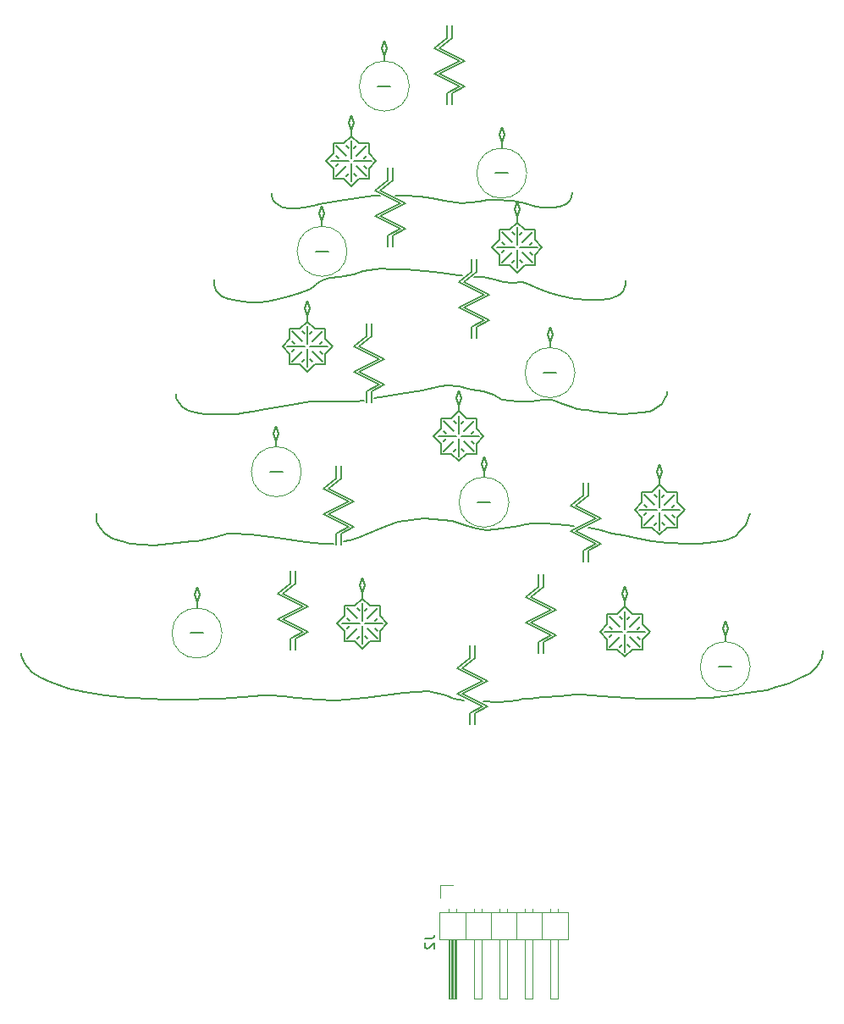
<source format=gbo>
G04 #@! TF.GenerationSoftware,KiCad,Pcbnew,(5.1.5)-3*
G04 #@! TF.CreationDate,2020-10-16T01:58:04+02:00*
G04 #@! TF.ProjectId,Christmas A,43687269-7374-46d6-9173-20412e6b6963,rev?*
G04 #@! TF.SameCoordinates,Original*
G04 #@! TF.FileFunction,Legend,Bot*
G04 #@! TF.FilePolarity,Positive*
%FSLAX46Y46*%
G04 Gerber Fmt 4.6, Leading zero omitted, Abs format (unit mm)*
G04 Created by KiCad (PCBNEW (5.1.5)-3) date 2020-10-16 01:58:04*
%MOMM*%
%LPD*%
G04 APERTURE LIST*
%ADD10C,0.200000*%
%ADD11C,0.150000*%
%ADD12C,0.100000*%
%ADD13C,0.120000*%
G04 APERTURE END LIST*
D10*
X105346500Y-127698500D02*
X102933500Y-127825500D01*
X107124500Y-128079500D02*
X105346500Y-127698500D01*
X107950000Y-128397000D02*
X107124500Y-128079500D01*
X108902500Y-128587500D02*
X107950000Y-128397000D01*
X112331500Y-128778000D02*
X110871000Y-128714500D01*
X113411000Y-128714500D02*
X112331500Y-128778000D01*
X114236500Y-128587500D02*
X113411000Y-128714500D01*
X114871500Y-128460500D02*
X114236500Y-128587500D01*
X115506500Y-128397000D02*
X114871500Y-128460500D01*
X116840000Y-128270000D02*
X115506500Y-128397000D01*
X118618000Y-128143000D02*
X116840000Y-128270000D01*
X120015000Y-128016000D02*
X118618000Y-128143000D01*
X120777000Y-128016000D02*
X120015000Y-128016000D01*
X121666000Y-128079500D02*
X120777000Y-128016000D01*
X123888500Y-128270000D02*
X121666000Y-128079500D01*
X126746000Y-128460500D02*
X123888500Y-128270000D01*
X130429000Y-128397000D02*
X126746000Y-128460500D01*
X131445000Y-128397000D02*
X130429000Y-128397000D01*
X132778500Y-128333500D02*
X131445000Y-128397000D01*
X133667500Y-128333500D02*
X132778500Y-128333500D01*
X134239000Y-128270000D02*
X133667500Y-128333500D01*
X135636000Y-128079500D02*
X134239000Y-128270000D01*
X137858500Y-127762000D02*
X135636000Y-128079500D01*
X139255500Y-127571500D02*
X137858500Y-127762000D01*
X140144500Y-127254000D02*
X139255500Y-127571500D01*
X141478000Y-126873000D02*
X140144500Y-127254000D01*
X142494000Y-126428500D02*
X141478000Y-126873000D01*
X143573500Y-125857000D02*
X142494000Y-126428500D01*
X144272000Y-125222000D02*
X143573500Y-125857000D01*
X144716500Y-124396500D02*
X144272000Y-125222000D01*
X144716500Y-124396500D02*
X144843500Y-123571000D01*
X99060000Y-128333500D02*
X102933500Y-127825500D01*
X96139000Y-128587500D02*
X99060000Y-128333500D01*
X94107000Y-128524000D02*
X96139000Y-128587500D01*
X93472000Y-128460500D02*
X94107000Y-128524000D01*
X92138500Y-128333500D02*
X93472000Y-128460500D01*
X90868500Y-128206500D02*
X92138500Y-128333500D01*
X89535000Y-128079500D02*
X90868500Y-128206500D01*
X88709500Y-128079500D02*
X89535000Y-128079500D01*
X87947500Y-128143000D02*
X88709500Y-128079500D01*
X84518500Y-128397000D02*
X87947500Y-128143000D01*
X83693000Y-128460500D02*
X84518500Y-128397000D01*
X81089500Y-128524000D02*
X83693000Y-128460500D01*
X80327500Y-128524000D02*
X81089500Y-128524000D01*
X78867000Y-128524000D02*
X80327500Y-128524000D01*
X77787500Y-128460500D02*
X78867000Y-128524000D01*
X75438000Y-128333500D02*
X77787500Y-128460500D01*
X73025000Y-128079500D02*
X75438000Y-128333500D01*
X70993000Y-127762000D02*
X73025000Y-128079500D01*
X69405500Y-127381000D02*
X70993000Y-127762000D01*
X67564000Y-126746000D02*
X69405500Y-127381000D01*
X66611500Y-126301500D02*
X67564000Y-126746000D01*
X65786000Y-125793500D02*
X66611500Y-126301500D01*
X65214500Y-125222000D02*
X65786000Y-125793500D01*
X64960500Y-124841000D02*
X65214500Y-125222000D01*
X64643000Y-124142500D02*
X64960500Y-124841000D01*
X64643000Y-123888500D02*
X64643000Y-124142500D01*
X115125500Y-110998000D02*
X114427000Y-111188500D01*
X115824000Y-110934500D02*
X115125500Y-110998000D01*
X116903500Y-110934500D02*
X115824000Y-110934500D01*
X118237000Y-110998000D02*
X116903500Y-110934500D01*
X119126000Y-111061500D02*
X118237000Y-110998000D01*
X119951500Y-111125000D02*
X119126000Y-111061500D01*
X121920000Y-111379000D02*
X121348500Y-111315500D01*
X122618500Y-111569500D02*
X121920000Y-111379000D01*
X123761500Y-111887000D02*
X122618500Y-111569500D01*
X124968000Y-112077500D02*
X123761500Y-111887000D01*
X126047500Y-112331500D02*
X124968000Y-112077500D01*
X127762000Y-112649000D02*
X126047500Y-112331500D01*
X129349500Y-112839500D02*
X127762000Y-112649000D01*
X131445000Y-112903000D02*
X129349500Y-112839500D01*
X132461000Y-112903000D02*
X131445000Y-112903000D01*
X133985000Y-112776000D02*
X132461000Y-112903000D01*
X135128000Y-112585500D02*
X133985000Y-112776000D01*
X135509000Y-112395000D02*
X135128000Y-112585500D01*
X136080500Y-112141000D02*
X135509000Y-112395000D01*
X136525000Y-111696500D02*
X136080500Y-112141000D01*
X137096500Y-111061500D02*
X136525000Y-111696500D01*
X137096500Y-111061500D02*
X137541000Y-109918500D01*
X112776000Y-111442500D02*
X114427000Y-111188500D01*
X111188500Y-111569500D02*
X112776000Y-111442500D01*
X110236000Y-111442500D02*
X111188500Y-111569500D01*
X109283500Y-111125000D02*
X110236000Y-111442500D01*
X107759500Y-110680500D02*
X109283500Y-111125000D01*
X104965500Y-110426500D02*
X107759500Y-110680500D01*
X102362000Y-110744000D02*
X104965500Y-110426500D01*
X100520500Y-111379000D02*
X102362000Y-110744000D01*
X98361500Y-112331500D02*
X100520500Y-111379000D01*
X97472500Y-112585500D02*
X98361500Y-112331500D01*
X96901000Y-112712500D02*
X97472500Y-112585500D01*
X94805500Y-112966500D02*
X95885000Y-112903000D01*
X93091000Y-112776000D02*
X94805500Y-112966500D01*
X90297000Y-112331500D02*
X93091000Y-112776000D01*
X87566500Y-112014000D02*
X90297000Y-112331500D01*
X85852000Y-111887000D02*
X87566500Y-112014000D01*
X85344000Y-111950500D02*
X85852000Y-111887000D01*
X84137500Y-112268000D02*
X85344000Y-111950500D01*
X82232500Y-112649000D02*
X84137500Y-112268000D01*
X81788000Y-112712500D02*
X82232500Y-112649000D01*
X77914500Y-113093500D02*
X81788000Y-112712500D01*
X75565000Y-112966500D02*
X77914500Y-113093500D01*
X74739500Y-112712500D02*
X75565000Y-112966500D01*
X73787000Y-112395000D02*
X74739500Y-112712500D01*
X73025000Y-111950500D02*
X73787000Y-112395000D01*
X72517000Y-111315500D02*
X73025000Y-111950500D01*
X72199500Y-110744000D02*
X72517000Y-111315500D01*
X72199500Y-109855000D02*
X72199500Y-110744000D01*
X107315000Y-97091500D02*
X106553000Y-97155000D01*
X108394500Y-97218500D02*
X107315000Y-97091500D01*
X109728000Y-97536000D02*
X108394500Y-97218500D01*
X110871000Y-97726500D02*
X109728000Y-97536000D01*
X111887000Y-98044000D02*
X110871000Y-97726500D01*
X112776000Y-98552000D02*
X111887000Y-98044000D01*
X114363500Y-98742500D02*
X112776000Y-98552000D01*
X115697000Y-98679000D02*
X114363500Y-98742500D01*
X116840000Y-98552000D02*
X115697000Y-98679000D01*
X117729000Y-98552000D02*
X116840000Y-98552000D01*
X118808500Y-98996500D02*
X117729000Y-98552000D01*
X119570500Y-99250500D02*
X118808500Y-98996500D01*
X120269000Y-99504500D02*
X119570500Y-99250500D01*
X120967500Y-99568000D02*
X120269000Y-99504500D01*
X121285000Y-99568000D02*
X120967500Y-99568000D01*
X121983500Y-99695000D02*
X121285000Y-99568000D01*
X122936000Y-99822000D02*
X121983500Y-99695000D01*
X124650500Y-99949000D02*
X122936000Y-99822000D01*
X124968000Y-99949000D02*
X124650500Y-99949000D01*
X126682500Y-99822000D02*
X124968000Y-99949000D01*
X127444500Y-99695000D02*
X126682500Y-99822000D01*
X127698500Y-99631500D02*
X127444500Y-99695000D01*
X128270000Y-99314000D02*
X127698500Y-99631500D01*
X128714500Y-98996500D02*
X128270000Y-99314000D01*
X129032000Y-98488500D02*
X128714500Y-98996500D01*
X129286000Y-98044000D02*
X129032000Y-98488500D01*
X129286000Y-97663000D02*
X129286000Y-98044000D01*
X104775000Y-97599500D02*
X106553000Y-97155000D01*
X102616000Y-97917000D02*
X104775000Y-97599500D01*
X101092000Y-98171000D02*
X102616000Y-97917000D01*
X99949000Y-98361500D02*
X101092000Y-98171000D01*
X98107500Y-98742500D02*
X98933000Y-98615500D01*
X96075500Y-98742500D02*
X98107500Y-98742500D01*
X93599000Y-98742500D02*
X96075500Y-98742500D01*
X90614500Y-99187000D02*
X93599000Y-98742500D01*
X88646000Y-99568000D02*
X90614500Y-99187000D01*
X87884000Y-99695000D02*
X88646000Y-99568000D01*
X87122000Y-99822000D02*
X87884000Y-99695000D01*
X86233000Y-99949000D02*
X87122000Y-99822000D01*
X84772500Y-100012500D02*
X86233000Y-99949000D01*
X82994500Y-99949000D02*
X84772500Y-100012500D01*
X82550000Y-99885500D02*
X82994500Y-99949000D01*
X82105500Y-99822000D02*
X82550000Y-99885500D01*
X81407000Y-99631500D02*
X82105500Y-99822000D01*
X80835500Y-99314000D02*
X81407000Y-99631500D01*
X80391000Y-98806000D02*
X80835500Y-99314000D01*
X80137000Y-98361500D02*
X80391000Y-98806000D01*
X80137000Y-97980500D02*
X80137000Y-98361500D01*
X125095000Y-86995000D02*
X125095000Y-86614000D01*
X125031500Y-87312500D02*
X125095000Y-86995000D01*
X124841000Y-87693500D02*
X125031500Y-87312500D01*
X124587000Y-87947500D02*
X124841000Y-87693500D01*
X124333000Y-88138000D02*
X124587000Y-87947500D01*
X123507500Y-88455500D02*
X124333000Y-88138000D01*
X122491500Y-88582500D02*
X123507500Y-88455500D01*
X122237500Y-88582500D02*
X122491500Y-88582500D01*
X121412000Y-88582500D02*
X122237500Y-88582500D01*
X120015000Y-88455500D02*
X121412000Y-88582500D01*
X118491000Y-88138000D02*
X120015000Y-88455500D01*
X117602000Y-87884000D02*
X118491000Y-88138000D01*
X116649500Y-87566500D02*
X117602000Y-87884000D01*
X115316000Y-86931500D02*
X116649500Y-87566500D01*
X114808000Y-86804500D02*
X115316000Y-86931500D01*
X113728500Y-86868000D02*
X114808000Y-86804500D01*
X112903000Y-86804500D02*
X113728500Y-86868000D01*
X111950500Y-86550500D02*
X112903000Y-86804500D01*
X110871000Y-86296500D02*
X111950500Y-86550500D01*
X109918500Y-86233000D02*
X110871000Y-86296500D01*
X108331000Y-86106000D02*
X108775500Y-86106000D01*
X106616500Y-85852000D02*
X108331000Y-86106000D01*
X105029000Y-85661500D02*
X106616500Y-85852000D01*
X103060500Y-85534500D02*
X105029000Y-85661500D01*
X101600000Y-85471000D02*
X103060500Y-85534500D01*
X100711000Y-85407500D02*
X101600000Y-85471000D01*
X100012500Y-85471000D02*
X100711000Y-85407500D01*
X98869500Y-85661500D02*
X100012500Y-85471000D01*
X97917000Y-85979000D02*
X98869500Y-85661500D01*
X96520000Y-86296500D02*
X97917000Y-85979000D01*
X95567500Y-86360000D02*
X96520000Y-86296500D01*
X94932500Y-86487000D02*
X95567500Y-86360000D01*
X94488000Y-86741000D02*
X94932500Y-86487000D01*
X94107000Y-87058500D02*
X94488000Y-86741000D01*
X93853000Y-87312500D02*
X94107000Y-87058500D01*
X93408500Y-87503000D02*
X93853000Y-87312500D01*
X92519500Y-87884000D02*
X93408500Y-87503000D01*
X91440000Y-88201500D02*
X92519500Y-87884000D01*
X90424000Y-88455500D02*
X91440000Y-88201500D01*
X89281000Y-88709500D02*
X90424000Y-88455500D01*
X88455500Y-88836500D02*
X89281000Y-88709500D01*
X87439500Y-88836500D02*
X88455500Y-88836500D01*
X86296500Y-88646000D02*
X87439500Y-88836500D01*
X85407500Y-88455500D02*
X86296500Y-88646000D01*
X84709000Y-88201500D02*
X85407500Y-88455500D01*
X84137500Y-87630000D02*
X84709000Y-88201500D01*
X83947000Y-87058500D02*
X84137500Y-87630000D01*
X83947000Y-86487000D02*
X83947000Y-87058500D01*
X119697500Y-78295500D02*
X119761000Y-77787500D01*
X119507000Y-78676500D02*
X119697500Y-78295500D01*
X119189500Y-78994000D02*
X119507000Y-78676500D01*
X118491000Y-79248000D02*
X119189500Y-78994000D01*
X117919500Y-79311500D02*
X118491000Y-79248000D01*
X116840000Y-79311500D02*
X117919500Y-79311500D01*
X116141500Y-79248000D02*
X116840000Y-79311500D01*
X115062000Y-78930500D02*
X116141500Y-79248000D01*
X113855500Y-78676500D02*
X115062000Y-78930500D01*
X112077500Y-78549500D02*
X113855500Y-78676500D01*
X111315500Y-78549500D02*
X112077500Y-78549500D01*
X110426500Y-78740000D02*
X111315500Y-78549500D01*
X108712000Y-78930500D02*
X110426500Y-78740000D01*
X106997500Y-78676500D02*
X108712000Y-78930500D01*
X105727500Y-78422500D02*
X106997500Y-78676500D01*
X104521000Y-78232000D02*
X105727500Y-78422500D01*
X103124000Y-78105000D02*
X104521000Y-78232000D01*
X102044500Y-78105000D02*
X103124000Y-78105000D01*
X99885500Y-78105000D02*
X100520500Y-78105000D01*
X96520000Y-78613000D02*
X99885500Y-78105000D01*
X94932500Y-78867000D02*
X96520000Y-78613000D01*
X94488000Y-78994000D02*
X94932500Y-78867000D01*
X94170500Y-79057500D02*
X94488000Y-78994000D01*
X93027500Y-79311500D02*
X94170500Y-79057500D01*
X92138500Y-79375000D02*
X93027500Y-79311500D01*
X91503500Y-79375000D02*
X92138500Y-79375000D01*
X90805000Y-79311500D02*
X91503500Y-79375000D01*
X90170000Y-78930500D02*
X90805000Y-79311500D01*
X89852500Y-78613000D02*
X90170000Y-78930500D01*
X89725500Y-78232000D02*
X89852500Y-78613000D01*
X89725500Y-77914500D02*
X89725500Y-78232000D01*
D11*
X96139000Y-75184000D02*
X96393000Y-74930000D01*
X96139000Y-74168000D02*
X96393000Y-74422000D01*
X98933000Y-75184000D02*
X99187000Y-75438000D01*
X98933000Y-74422000D02*
X99187000Y-74168000D01*
X97409000Y-75946000D02*
X97155000Y-76200000D01*
X98171000Y-76200000D02*
X97917000Y-75946000D01*
X97409000Y-73406000D02*
X97155000Y-73152000D01*
X98171000Y-73152000D02*
X97917000Y-73406000D01*
X98171000Y-75184000D02*
X99187000Y-76200000D01*
X97155000Y-75184000D02*
X96139000Y-76200000D01*
X97155000Y-74168000D02*
X96139000Y-73152000D01*
X99187000Y-73152000D02*
X98171000Y-74168000D01*
X97663000Y-74422000D02*
X97663000Y-72644000D01*
X97409000Y-74676000D02*
X95631000Y-74676000D01*
X99695000Y-74676000D02*
X97917000Y-74676000D01*
X97663000Y-74930000D02*
X97663000Y-76708000D01*
X96901000Y-72898000D02*
X95885000Y-72898000D01*
X97663000Y-72176000D02*
X98425000Y-72898000D01*
X96901000Y-76454000D02*
X95885000Y-76454000D01*
X97663000Y-77176000D02*
X98425000Y-76454000D01*
X95885000Y-73914000D02*
X95163000Y-74676000D01*
X95885000Y-75438000D02*
X95163000Y-74676000D01*
X95885000Y-75438000D02*
X95885000Y-76454000D01*
X99441000Y-75438000D02*
X99441000Y-76454000D01*
X99441000Y-73914000D02*
X99441000Y-72898000D01*
X98425000Y-76454000D02*
X99441000Y-76454000D01*
X95885000Y-72898000D02*
X95885000Y-73914000D01*
X99441000Y-72898000D02*
X98425000Y-72898000D01*
X96901000Y-72898000D02*
X97663000Y-72176000D01*
X97663000Y-77176000D02*
X96901000Y-76454000D01*
X100163000Y-74676000D02*
X99441000Y-75438000D01*
X99441000Y-73914000D02*
X100163000Y-74676000D01*
X97409000Y-70866000D02*
X97663000Y-71628000D01*
X97663000Y-70104000D02*
X97409000Y-70866000D01*
X97917000Y-70866000D02*
X97663000Y-70104000D01*
X97663000Y-71628000D02*
X97917000Y-70866000D01*
X97663000Y-72136000D02*
X97663000Y-71628000D01*
X123507500Y-122237500D02*
X123761500Y-121983500D01*
X123507500Y-121221500D02*
X123761500Y-121475500D01*
X126301500Y-122237500D02*
X126555500Y-122491500D01*
X126301500Y-121475500D02*
X126555500Y-121221500D01*
X124777500Y-122999500D02*
X124523500Y-123253500D01*
X125539500Y-123253500D02*
X125285500Y-122999500D01*
X124777500Y-120459500D02*
X124523500Y-120205500D01*
X125539500Y-120205500D02*
X125285500Y-120459500D01*
X125539500Y-122237500D02*
X126555500Y-123253500D01*
X124523500Y-122237500D02*
X123507500Y-123253500D01*
X124523500Y-121221500D02*
X123507500Y-120205500D01*
X126555500Y-120205500D02*
X125539500Y-121221500D01*
X125031500Y-121475500D02*
X125031500Y-119697500D01*
X124777500Y-121729500D02*
X122999500Y-121729500D01*
X127063500Y-121729500D02*
X125285500Y-121729500D01*
X125031500Y-121983500D02*
X125031500Y-123761500D01*
X124269500Y-119951500D02*
X123253500Y-119951500D01*
X125031500Y-119229500D02*
X125793500Y-119951500D01*
X124269500Y-123507500D02*
X123253500Y-123507500D01*
X125031500Y-124229500D02*
X125793500Y-123507500D01*
X123253500Y-120967500D02*
X122531500Y-121729500D01*
X123253500Y-122491500D02*
X122531500Y-121729500D01*
X123253500Y-122491500D02*
X123253500Y-123507500D01*
X126809500Y-122491500D02*
X126809500Y-123507500D01*
X126809500Y-120967500D02*
X126809500Y-119951500D01*
X125793500Y-123507500D02*
X126809500Y-123507500D01*
X123253500Y-119951500D02*
X123253500Y-120967500D01*
X126809500Y-119951500D02*
X125793500Y-119951500D01*
X124269500Y-119951500D02*
X125031500Y-119229500D01*
X125031500Y-124229500D02*
X124269500Y-123507500D01*
X127531500Y-121729500D02*
X126809500Y-122491500D01*
X126809500Y-120967500D02*
X127531500Y-121729500D01*
X124777500Y-117919500D02*
X125031500Y-118681500D01*
X125031500Y-117157500D02*
X124777500Y-117919500D01*
X125285500Y-117919500D02*
X125031500Y-117157500D01*
X125031500Y-118681500D02*
X125285500Y-117919500D01*
X125031500Y-119189500D02*
X125031500Y-118681500D01*
X97218500Y-121412000D02*
X97472500Y-121158000D01*
X97218500Y-120396000D02*
X97472500Y-120650000D01*
X100012500Y-121412000D02*
X100266500Y-121666000D01*
X100012500Y-120650000D02*
X100266500Y-120396000D01*
X98488500Y-122174000D02*
X98234500Y-122428000D01*
X99250500Y-122428000D02*
X98996500Y-122174000D01*
X98488500Y-119634000D02*
X98234500Y-119380000D01*
X99250500Y-119380000D02*
X98996500Y-119634000D01*
X99250500Y-121412000D02*
X100266500Y-122428000D01*
X98234500Y-121412000D02*
X97218500Y-122428000D01*
X98234500Y-120396000D02*
X97218500Y-119380000D01*
X100266500Y-119380000D02*
X99250500Y-120396000D01*
X98742500Y-120650000D02*
X98742500Y-118872000D01*
X98488500Y-120904000D02*
X96710500Y-120904000D01*
X100774500Y-120904000D02*
X98996500Y-120904000D01*
X98742500Y-121158000D02*
X98742500Y-122936000D01*
X97980500Y-119126000D02*
X96964500Y-119126000D01*
X98742500Y-118404000D02*
X99504500Y-119126000D01*
X97980500Y-122682000D02*
X96964500Y-122682000D01*
X98742500Y-123404000D02*
X99504500Y-122682000D01*
X96964500Y-120142000D02*
X96242500Y-120904000D01*
X96964500Y-121666000D02*
X96242500Y-120904000D01*
X96964500Y-121666000D02*
X96964500Y-122682000D01*
X100520500Y-121666000D02*
X100520500Y-122682000D01*
X100520500Y-120142000D02*
X100520500Y-119126000D01*
X99504500Y-122682000D02*
X100520500Y-122682000D01*
X96964500Y-119126000D02*
X96964500Y-120142000D01*
X100520500Y-119126000D02*
X99504500Y-119126000D01*
X97980500Y-119126000D02*
X98742500Y-118404000D01*
X98742500Y-123404000D02*
X97980500Y-122682000D01*
X101242500Y-120904000D02*
X100520500Y-121666000D01*
X100520500Y-120142000D02*
X101242500Y-120904000D01*
X98488500Y-117094000D02*
X98742500Y-117856000D01*
X98742500Y-116332000D02*
X98488500Y-117094000D01*
X98996500Y-117094000D02*
X98742500Y-116332000D01*
X98742500Y-117856000D02*
X98996500Y-117094000D01*
X98742500Y-118364000D02*
X98742500Y-117856000D01*
X91757500Y-93726000D02*
X92011500Y-93472000D01*
X91757500Y-92710000D02*
X92011500Y-92964000D01*
X94551500Y-93726000D02*
X94805500Y-93980000D01*
X94551500Y-92964000D02*
X94805500Y-92710000D01*
X93027500Y-94488000D02*
X92773500Y-94742000D01*
X93789500Y-94742000D02*
X93535500Y-94488000D01*
X93027500Y-91948000D02*
X92773500Y-91694000D01*
X93789500Y-91694000D02*
X93535500Y-91948000D01*
X93789500Y-93726000D02*
X94805500Y-94742000D01*
X92773500Y-93726000D02*
X91757500Y-94742000D01*
X92773500Y-92710000D02*
X91757500Y-91694000D01*
X94805500Y-91694000D02*
X93789500Y-92710000D01*
X93281500Y-92964000D02*
X93281500Y-91186000D01*
X93027500Y-93218000D02*
X91249500Y-93218000D01*
X95313500Y-93218000D02*
X93535500Y-93218000D01*
X93281500Y-93472000D02*
X93281500Y-95250000D01*
X92519500Y-91440000D02*
X91503500Y-91440000D01*
X93281500Y-90718000D02*
X94043500Y-91440000D01*
X92519500Y-94996000D02*
X91503500Y-94996000D01*
X93281500Y-95718000D02*
X94043500Y-94996000D01*
X91503500Y-92456000D02*
X90781500Y-93218000D01*
X91503500Y-93980000D02*
X90781500Y-93218000D01*
X91503500Y-93980000D02*
X91503500Y-94996000D01*
X95059500Y-93980000D02*
X95059500Y-94996000D01*
X95059500Y-92456000D02*
X95059500Y-91440000D01*
X94043500Y-94996000D02*
X95059500Y-94996000D01*
X91503500Y-91440000D02*
X91503500Y-92456000D01*
X95059500Y-91440000D02*
X94043500Y-91440000D01*
X92519500Y-91440000D02*
X93281500Y-90718000D01*
X93281500Y-95718000D02*
X92519500Y-94996000D01*
X95781500Y-93218000D02*
X95059500Y-93980000D01*
X95059500Y-92456000D02*
X95781500Y-93218000D01*
X93027500Y-89408000D02*
X93281500Y-90170000D01*
X93281500Y-88646000D02*
X93027500Y-89408000D01*
X93535500Y-89408000D02*
X93281500Y-88646000D01*
X93281500Y-90170000D02*
X93535500Y-89408000D01*
X93281500Y-90678000D02*
X93281500Y-90170000D01*
X127000000Y-110045500D02*
X127254000Y-109791500D01*
X127000000Y-109029500D02*
X127254000Y-109283500D01*
X129794000Y-110045500D02*
X130048000Y-110299500D01*
X129794000Y-109283500D02*
X130048000Y-109029500D01*
X128270000Y-110807500D02*
X128016000Y-111061500D01*
X129032000Y-111061500D02*
X128778000Y-110807500D01*
X128270000Y-108267500D02*
X128016000Y-108013500D01*
X129032000Y-108013500D02*
X128778000Y-108267500D01*
X129032000Y-110045500D02*
X130048000Y-111061500D01*
X128016000Y-110045500D02*
X127000000Y-111061500D01*
X128016000Y-109029500D02*
X127000000Y-108013500D01*
X130048000Y-108013500D02*
X129032000Y-109029500D01*
X128524000Y-109283500D02*
X128524000Y-107505500D01*
X128270000Y-109537500D02*
X126492000Y-109537500D01*
X130556000Y-109537500D02*
X128778000Y-109537500D01*
X128524000Y-109791500D02*
X128524000Y-111569500D01*
X127762000Y-107759500D02*
X126746000Y-107759500D01*
X128524000Y-107037500D02*
X129286000Y-107759500D01*
X127762000Y-111315500D02*
X126746000Y-111315500D01*
X128524000Y-112037500D02*
X129286000Y-111315500D01*
X126746000Y-108775500D02*
X126024000Y-109537500D01*
X126746000Y-110299500D02*
X126024000Y-109537500D01*
X126746000Y-110299500D02*
X126746000Y-111315500D01*
X130302000Y-110299500D02*
X130302000Y-111315500D01*
X130302000Y-108775500D02*
X130302000Y-107759500D01*
X129286000Y-111315500D02*
X130302000Y-111315500D01*
X126746000Y-107759500D02*
X126746000Y-108775500D01*
X130302000Y-107759500D02*
X129286000Y-107759500D01*
X127762000Y-107759500D02*
X128524000Y-107037500D01*
X128524000Y-112037500D02*
X127762000Y-111315500D01*
X131024000Y-109537500D02*
X130302000Y-110299500D01*
X130302000Y-108775500D02*
X131024000Y-109537500D01*
X128270000Y-105727500D02*
X128524000Y-106489500D01*
X128524000Y-104965500D02*
X128270000Y-105727500D01*
X128778000Y-105727500D02*
X128524000Y-104965500D01*
X128524000Y-106489500D02*
X128778000Y-105727500D01*
X128524000Y-106997500D02*
X128524000Y-106489500D01*
X106870500Y-102679500D02*
X107124500Y-102425500D01*
X106870500Y-101663500D02*
X107124500Y-101917500D01*
X109664500Y-102679500D02*
X109918500Y-102933500D01*
X109664500Y-101917500D02*
X109918500Y-101663500D01*
X108140500Y-103441500D02*
X107886500Y-103695500D01*
X108902500Y-103695500D02*
X108648500Y-103441500D01*
X108140500Y-100901500D02*
X107886500Y-100647500D01*
X108902500Y-100647500D02*
X108648500Y-100901500D01*
X108902500Y-102679500D02*
X109918500Y-103695500D01*
X107886500Y-102679500D02*
X106870500Y-103695500D01*
X107886500Y-101663500D02*
X106870500Y-100647500D01*
X109918500Y-100647500D02*
X108902500Y-101663500D01*
X108394500Y-101917500D02*
X108394500Y-100139500D01*
X108140500Y-102171500D02*
X106362500Y-102171500D01*
X110426500Y-102171500D02*
X108648500Y-102171500D01*
X108394500Y-102425500D02*
X108394500Y-104203500D01*
X107632500Y-100393500D02*
X106616500Y-100393500D01*
X108394500Y-99671500D02*
X109156500Y-100393500D01*
X107632500Y-103949500D02*
X106616500Y-103949500D01*
X108394500Y-104671500D02*
X109156500Y-103949500D01*
X106616500Y-101409500D02*
X105894500Y-102171500D01*
X106616500Y-102933500D02*
X105894500Y-102171500D01*
X106616500Y-102933500D02*
X106616500Y-103949500D01*
X110172500Y-102933500D02*
X110172500Y-103949500D01*
X110172500Y-101409500D02*
X110172500Y-100393500D01*
X109156500Y-103949500D02*
X110172500Y-103949500D01*
X106616500Y-100393500D02*
X106616500Y-101409500D01*
X110172500Y-100393500D02*
X109156500Y-100393500D01*
X107632500Y-100393500D02*
X108394500Y-99671500D01*
X108394500Y-104671500D02*
X107632500Y-103949500D01*
X110894500Y-102171500D02*
X110172500Y-102933500D01*
X110172500Y-101409500D02*
X110894500Y-102171500D01*
X108140500Y-98361500D02*
X108394500Y-99123500D01*
X108394500Y-97599500D02*
X108140500Y-98361500D01*
X108648500Y-98361500D02*
X108394500Y-97599500D01*
X108394500Y-99123500D02*
X108648500Y-98361500D01*
X108394500Y-99631500D02*
X108394500Y-99123500D01*
X114236500Y-80772000D02*
X114236500Y-80264000D01*
X114236500Y-80264000D02*
X114490500Y-79502000D01*
X114490500Y-79502000D02*
X114236500Y-78740000D01*
X114236500Y-78740000D02*
X113982500Y-79502000D01*
X113982500Y-79502000D02*
X114236500Y-80264000D01*
X116014500Y-82550000D02*
X116736500Y-83312000D01*
X116736500Y-83312000D02*
X116014500Y-84074000D01*
X114236500Y-85812000D02*
X113474500Y-85090000D01*
X113474500Y-81534000D02*
X114236500Y-80812000D01*
X116014500Y-81534000D02*
X114998500Y-81534000D01*
X112458500Y-81534000D02*
X112458500Y-82550000D01*
X114998500Y-85090000D02*
X116014500Y-85090000D01*
X116014500Y-82550000D02*
X116014500Y-81534000D01*
X116014500Y-84074000D02*
X116014500Y-85090000D01*
X112458500Y-84074000D02*
X112458500Y-85090000D01*
X112458500Y-84074000D02*
X111736500Y-83312000D01*
X112458500Y-82550000D02*
X111736500Y-83312000D01*
X114236500Y-85812000D02*
X114998500Y-85090000D01*
X113474500Y-85090000D02*
X112458500Y-85090000D01*
X114236500Y-80812000D02*
X114998500Y-81534000D01*
X113474500Y-81534000D02*
X112458500Y-81534000D01*
X114236500Y-83566000D02*
X114236500Y-85344000D01*
X116268500Y-83312000D02*
X114490500Y-83312000D01*
X113982500Y-83312000D02*
X112204500Y-83312000D01*
X114236500Y-83058000D02*
X114236500Y-81280000D01*
X115760500Y-81788000D02*
X114744500Y-82804000D01*
X113728500Y-82804000D02*
X112712500Y-81788000D01*
X113728500Y-83820000D02*
X112712500Y-84836000D01*
X114744500Y-83820000D02*
X115760500Y-84836000D01*
X114744500Y-81788000D02*
X114490500Y-82042000D01*
X113982500Y-82042000D02*
X113728500Y-81788000D01*
X114744500Y-84836000D02*
X114490500Y-84582000D01*
X113982500Y-84582000D02*
X113728500Y-84836000D01*
X115506500Y-83058000D02*
X115760500Y-82804000D01*
X115506500Y-83820000D02*
X115760500Y-84074000D01*
X112712500Y-82804000D02*
X112966500Y-83058000D01*
X112712500Y-83820000D02*
X112966500Y-83566000D01*
X108521500Y-67183000D02*
X107251500Y-67853000D01*
X105981500Y-65913000D02*
X108521500Y-67183000D01*
X107759500Y-62357000D02*
X106489500Y-63373000D01*
X107251500Y-62357000D02*
X107251500Y-61087000D01*
X106489500Y-65913000D02*
X109029500Y-67183000D01*
X106489500Y-63373000D02*
X109029500Y-64643000D01*
X109029500Y-67183000D02*
X107759500Y-67853000D01*
X109029500Y-64643000D02*
X106489500Y-65913000D01*
X108521500Y-64643000D02*
X105981500Y-65913000D01*
X107251500Y-67853000D02*
X107251500Y-68961000D01*
X107251500Y-62357000D02*
X105981500Y-63373000D01*
X107759500Y-62357000D02*
X107759500Y-61087000D01*
X105981500Y-63373000D02*
X108521500Y-64643000D01*
X107759500Y-67853000D02*
X107759500Y-68961000D01*
X102552500Y-81407000D02*
X101282500Y-82077000D01*
X100012500Y-80137000D02*
X102552500Y-81407000D01*
X101790500Y-76581000D02*
X100520500Y-77597000D01*
X101282500Y-76581000D02*
X101282500Y-75311000D01*
X100520500Y-80137000D02*
X103060500Y-81407000D01*
X100520500Y-77597000D02*
X103060500Y-78867000D01*
X103060500Y-81407000D02*
X101790500Y-82077000D01*
X103060500Y-78867000D02*
X100520500Y-80137000D01*
X102552500Y-78867000D02*
X100012500Y-80137000D01*
X101282500Y-82077000D02*
X101282500Y-83185000D01*
X101282500Y-76581000D02*
X100012500Y-77597000D01*
X101790500Y-76581000D02*
X101790500Y-75311000D01*
X100012500Y-77597000D02*
X102552500Y-78867000D01*
X101790500Y-82077000D02*
X101790500Y-83185000D01*
X100457000Y-97028000D02*
X99187000Y-97698000D01*
X97917000Y-95758000D02*
X100457000Y-97028000D01*
X99695000Y-92202000D02*
X98425000Y-93218000D01*
X99187000Y-92202000D02*
X99187000Y-90932000D01*
X98425000Y-95758000D02*
X100965000Y-97028000D01*
X98425000Y-93218000D02*
X100965000Y-94488000D01*
X100965000Y-97028000D02*
X99695000Y-97698000D01*
X100965000Y-94488000D02*
X98425000Y-95758000D01*
X100457000Y-94488000D02*
X97917000Y-95758000D01*
X99187000Y-97698000D02*
X99187000Y-98806000D01*
X99187000Y-92202000D02*
X97917000Y-93218000D01*
X99695000Y-92202000D02*
X99695000Y-90932000D01*
X97917000Y-93218000D02*
X100457000Y-94488000D01*
X99695000Y-97698000D02*
X99695000Y-98806000D01*
X97409000Y-111252000D02*
X96139000Y-111922000D01*
X94869000Y-109982000D02*
X97409000Y-111252000D01*
X96647000Y-106426000D02*
X95377000Y-107442000D01*
X96139000Y-106426000D02*
X96139000Y-105156000D01*
X95377000Y-109982000D02*
X97917000Y-111252000D01*
X95377000Y-107442000D02*
X97917000Y-108712000D01*
X97917000Y-111252000D02*
X96647000Y-111922000D01*
X97917000Y-108712000D02*
X95377000Y-109982000D01*
X97409000Y-108712000D02*
X94869000Y-109982000D01*
X96139000Y-111922000D02*
X96139000Y-113030000D01*
X96139000Y-106426000D02*
X94869000Y-107442000D01*
X96647000Y-106426000D02*
X96647000Y-105156000D01*
X94869000Y-107442000D02*
X97409000Y-108712000D01*
X96647000Y-111922000D02*
X96647000Y-113030000D01*
X92837000Y-121729500D02*
X91567000Y-122399500D01*
X90297000Y-120459500D02*
X92837000Y-121729500D01*
X92075000Y-116903500D02*
X90805000Y-117919500D01*
X91567000Y-116903500D02*
X91567000Y-115633500D01*
X90805000Y-120459500D02*
X93345000Y-121729500D01*
X90805000Y-117919500D02*
X93345000Y-119189500D01*
X93345000Y-121729500D02*
X92075000Y-122399500D01*
X93345000Y-119189500D02*
X90805000Y-120459500D01*
X92837000Y-119189500D02*
X90297000Y-120459500D01*
X91567000Y-122399500D02*
X91567000Y-123507500D01*
X91567000Y-116903500D02*
X90297000Y-117919500D01*
X92075000Y-116903500D02*
X92075000Y-115633500D01*
X90297000Y-117919500D02*
X92837000Y-119189500D01*
X92075000Y-122399500D02*
X92075000Y-123507500D01*
X110934500Y-90551000D02*
X109664500Y-91221000D01*
X108394500Y-89281000D02*
X110934500Y-90551000D01*
X110172500Y-85725000D02*
X108902500Y-86741000D01*
X109664500Y-85725000D02*
X109664500Y-84455000D01*
X108902500Y-89281000D02*
X111442500Y-90551000D01*
X108902500Y-86741000D02*
X111442500Y-88011000D01*
X111442500Y-90551000D02*
X110172500Y-91221000D01*
X111442500Y-88011000D02*
X108902500Y-89281000D01*
X110934500Y-88011000D02*
X108394500Y-89281000D01*
X109664500Y-91221000D02*
X109664500Y-92329000D01*
X109664500Y-85725000D02*
X108394500Y-86741000D01*
X110172500Y-85725000D02*
X110172500Y-84455000D01*
X108394500Y-86741000D02*
X110934500Y-88011000D01*
X110172500Y-91221000D02*
X110172500Y-92329000D01*
X122110500Y-112903000D02*
X120840500Y-113573000D01*
X119570500Y-111633000D02*
X122110500Y-112903000D01*
X121348500Y-108077000D02*
X120078500Y-109093000D01*
X120840500Y-108077000D02*
X120840500Y-106807000D01*
X120078500Y-111633000D02*
X122618500Y-112903000D01*
X120078500Y-109093000D02*
X122618500Y-110363000D01*
X122618500Y-112903000D02*
X121348500Y-113573000D01*
X122618500Y-110363000D02*
X120078500Y-111633000D01*
X122110500Y-110363000D02*
X119570500Y-111633000D01*
X120840500Y-113573000D02*
X120840500Y-114681000D01*
X120840500Y-108077000D02*
X119570500Y-109093000D01*
X121348500Y-108077000D02*
X121348500Y-106807000D01*
X119570500Y-109093000D02*
X122110500Y-110363000D01*
X121348500Y-113573000D02*
X121348500Y-114681000D01*
X117665500Y-122110500D02*
X116395500Y-122780500D01*
X115125500Y-120840500D02*
X117665500Y-122110500D01*
X116903500Y-117284500D02*
X115633500Y-118300500D01*
X116395500Y-117284500D02*
X116395500Y-116014500D01*
X115633500Y-120840500D02*
X118173500Y-122110500D01*
X115633500Y-118300500D02*
X118173500Y-119570500D01*
X118173500Y-122110500D02*
X116903500Y-122780500D01*
X118173500Y-119570500D02*
X115633500Y-120840500D01*
X117665500Y-119570500D02*
X115125500Y-120840500D01*
X116395500Y-122780500D02*
X116395500Y-123888500D01*
X116395500Y-117284500D02*
X115125500Y-118300500D01*
X116903500Y-117284500D02*
X116903500Y-116014500D01*
X115125500Y-118300500D02*
X117665500Y-119570500D01*
X116903500Y-122780500D02*
X116903500Y-123888500D01*
X110807500Y-129222500D02*
X109537500Y-129892500D01*
X108267500Y-127952500D02*
X110807500Y-129222500D01*
X110045500Y-124396500D02*
X108775500Y-125412500D01*
X109537500Y-124396500D02*
X109537500Y-123126500D01*
X108775500Y-127952500D02*
X111315500Y-129222500D01*
X108775500Y-125412500D02*
X111315500Y-126682500D01*
X111315500Y-129222500D02*
X110045500Y-129892500D01*
X111315500Y-126682500D02*
X108775500Y-127952500D01*
X110807500Y-126682500D02*
X108267500Y-127952500D01*
X109537500Y-129892500D02*
X109537500Y-131000500D01*
X109537500Y-124396500D02*
X108267500Y-125412500D01*
X110045500Y-124396500D02*
X110045500Y-123126500D01*
X108267500Y-125412500D02*
X110807500Y-126682500D01*
X110045500Y-129892500D02*
X110045500Y-131000500D01*
D12*
X97242000Y-83693000D02*
G75*
G03X97242000Y-83693000I-2500000J0D01*
G01*
D11*
X94742000Y-79121000D02*
X94488000Y-79883000D01*
X94488000Y-79883000D02*
X94742000Y-80645000D01*
X94742000Y-80645000D02*
X94996000Y-79883000D01*
X94996000Y-79883000D02*
X94742000Y-79121000D01*
X94742000Y-81153000D02*
X94742000Y-80645000D01*
X95377000Y-83693000D02*
X94107000Y-83693000D01*
D12*
X103465000Y-67183000D02*
G75*
G03X103465000Y-67183000I-2500000J0D01*
G01*
D11*
X100965000Y-62611000D02*
X100711000Y-63373000D01*
X100711000Y-63373000D02*
X100965000Y-64135000D01*
X100965000Y-64135000D02*
X101219000Y-63373000D01*
X101219000Y-63373000D02*
X100965000Y-62611000D01*
X100965000Y-64643000D02*
X100965000Y-64135000D01*
X101600000Y-67183000D02*
X100330000Y-67183000D01*
D12*
X92670000Y-105727500D02*
G75*
G03X92670000Y-105727500I-2500000J0D01*
G01*
D11*
X90170000Y-101155500D02*
X89916000Y-101917500D01*
X89916000Y-101917500D02*
X90170000Y-102679500D01*
X90170000Y-102679500D02*
X90424000Y-101917500D01*
X90424000Y-101917500D02*
X90170000Y-101155500D01*
X90170000Y-103187500D02*
X90170000Y-102679500D01*
X90805000Y-105727500D02*
X89535000Y-105727500D01*
D12*
X84732500Y-121856500D02*
G75*
G03X84732500Y-121856500I-2500000J0D01*
G01*
D11*
X82232500Y-117284500D02*
X81978500Y-118046500D01*
X81978500Y-118046500D02*
X82232500Y-118808500D01*
X82232500Y-118808500D02*
X82486500Y-118046500D01*
X82486500Y-118046500D02*
X82232500Y-117284500D01*
X82232500Y-119316500D02*
X82232500Y-118808500D01*
X82867500Y-121856500D02*
X81597500Y-121856500D01*
D12*
X115212500Y-75882500D02*
G75*
G03X115212500Y-75882500I-2500000J0D01*
G01*
D11*
X112712500Y-71310500D02*
X112458500Y-72072500D01*
X112458500Y-72072500D02*
X112712500Y-72834500D01*
X112712500Y-72834500D02*
X112966500Y-72072500D01*
X112966500Y-72072500D02*
X112712500Y-71310500D01*
X112712500Y-73342500D02*
X112712500Y-72834500D01*
X113347500Y-75882500D02*
X112077500Y-75882500D01*
D12*
X120038500Y-95821500D02*
G75*
G03X120038500Y-95821500I-2500000J0D01*
G01*
D11*
X117538500Y-91249500D02*
X117284500Y-92011500D01*
X117284500Y-92011500D02*
X117538500Y-92773500D01*
X117538500Y-92773500D02*
X117792500Y-92011500D01*
X117792500Y-92011500D02*
X117538500Y-91249500D01*
X117538500Y-93281500D02*
X117538500Y-92773500D01*
X118173500Y-95821500D02*
X116903500Y-95821500D01*
D12*
X113434500Y-108775500D02*
G75*
G03X113434500Y-108775500I-2500000J0D01*
G01*
D11*
X110934500Y-104203500D02*
X110680500Y-104965500D01*
X110680500Y-104965500D02*
X110934500Y-105727500D01*
X110934500Y-105727500D02*
X111188500Y-104965500D01*
X111188500Y-104965500D02*
X110934500Y-104203500D01*
X110934500Y-106235500D02*
X110934500Y-105727500D01*
X111569500Y-108775500D02*
X110299500Y-108775500D01*
D12*
X137564500Y-125222000D02*
G75*
G03X137564500Y-125222000I-2500000J0D01*
G01*
D11*
X135064500Y-120650000D02*
X134810500Y-121412000D01*
X134810500Y-121412000D02*
X135064500Y-122174000D01*
X135064500Y-122174000D02*
X135318500Y-121412000D01*
X135318500Y-121412000D02*
X135064500Y-120650000D01*
X135064500Y-122682000D02*
X135064500Y-122174000D01*
X135699500Y-125222000D02*
X134429500Y-125222000D01*
D13*
X106553000Y-147066000D02*
X106553000Y-148336000D01*
X107823000Y-147066000D02*
X106553000Y-147066000D01*
X118363000Y-149378929D02*
X118363000Y-149776000D01*
X117603000Y-149378929D02*
X117603000Y-149776000D01*
X118363000Y-158436000D02*
X118363000Y-152436000D01*
X117603000Y-158436000D02*
X118363000Y-158436000D01*
X117603000Y-152436000D02*
X117603000Y-158436000D01*
X116713000Y-149776000D02*
X116713000Y-152436000D01*
X115823000Y-149378929D02*
X115823000Y-149776000D01*
X115063000Y-149378929D02*
X115063000Y-149776000D01*
X115823000Y-158436000D02*
X115823000Y-152436000D01*
X115063000Y-158436000D02*
X115823000Y-158436000D01*
X115063000Y-152436000D02*
X115063000Y-158436000D01*
X114173000Y-149776000D02*
X114173000Y-152436000D01*
X113283000Y-149378929D02*
X113283000Y-149776000D01*
X112523000Y-149378929D02*
X112523000Y-149776000D01*
X113283000Y-158436000D02*
X113283000Y-152436000D01*
X112523000Y-158436000D02*
X113283000Y-158436000D01*
X112523000Y-152436000D02*
X112523000Y-158436000D01*
X111633000Y-149776000D02*
X111633000Y-152436000D01*
X110743000Y-149378929D02*
X110743000Y-149776000D01*
X109983000Y-149378929D02*
X109983000Y-149776000D01*
X110743000Y-158436000D02*
X110743000Y-152436000D01*
X109983000Y-158436000D02*
X110743000Y-158436000D01*
X109983000Y-152436000D02*
X109983000Y-158436000D01*
X109093000Y-149776000D02*
X109093000Y-152436000D01*
X108203000Y-149446000D02*
X108203000Y-149776000D01*
X107443000Y-149446000D02*
X107443000Y-149776000D01*
X108103000Y-152436000D02*
X108103000Y-158436000D01*
X107983000Y-152436000D02*
X107983000Y-158436000D01*
X107863000Y-152436000D02*
X107863000Y-158436000D01*
X107743000Y-152436000D02*
X107743000Y-158436000D01*
X107623000Y-152436000D02*
X107623000Y-158436000D01*
X107503000Y-152436000D02*
X107503000Y-158436000D01*
X108203000Y-158436000D02*
X108203000Y-152436000D01*
X107443000Y-158436000D02*
X108203000Y-158436000D01*
X107443000Y-152436000D02*
X107443000Y-158436000D01*
X106493000Y-152436000D02*
X106493000Y-149776000D01*
X119313000Y-152436000D02*
X106493000Y-152436000D01*
X119313000Y-149776000D02*
X119313000Y-152436000D01*
X106493000Y-149776000D02*
X119313000Y-149776000D01*
D11*
X105005380Y-152387666D02*
X105719666Y-152387666D01*
X105862523Y-152340047D01*
X105957761Y-152244809D01*
X106005380Y-152101952D01*
X106005380Y-152006714D01*
X105100619Y-152816238D02*
X105053000Y-152863857D01*
X105005380Y-152959095D01*
X105005380Y-153197190D01*
X105053000Y-153292428D01*
X105100619Y-153340047D01*
X105195857Y-153387666D01*
X105291095Y-153387666D01*
X105433952Y-153340047D01*
X106005380Y-152768619D01*
X106005380Y-153387666D01*
M02*

</source>
